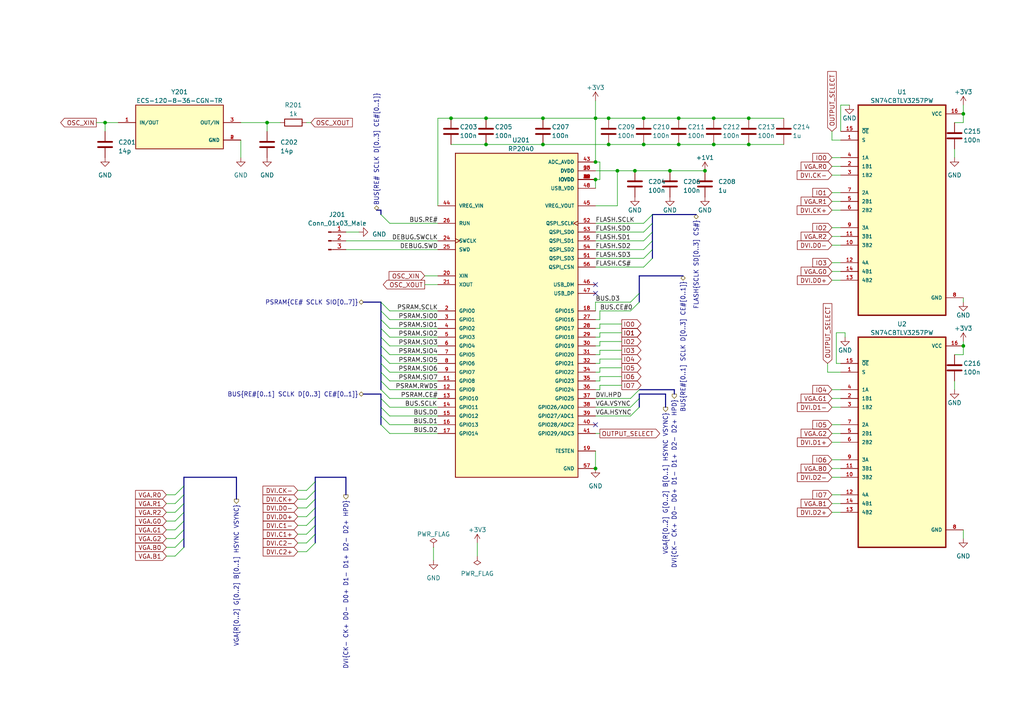
<source format=kicad_sch>
(kicad_sch (version 20221004) (generator eeschema)
  (paper "A4")
  (lib_symbols
    (symbol "Connector:Conn_01x03_Male" (pin_names (offset 1.016) hide)
      (property "Reference" "J" (at 0 5.08 0))
      (property "Value" "Conn_01x03_Male" (at 0 -5.08 0))
      (symbol "Conn_01x03_Male_1_1"
        (polyline (pts (xy 1.27 -2.54) (xy 0.8636 -2.54)) (stroke (width 0.1524)))
        (polyline (pts (xy 1.27 0) (xy 0.8636 0)) (stroke (width 0.1524)))
        (polyline (pts (xy 1.27 2.54) (xy 0.8636 2.54)) (stroke (width 0.1524)))
        (rectangle (start 0.8636 -2.413) (end 0 -2.667) (stroke (width 0.1524)) (fill (type outline)))
        (rectangle (start 0.8636 0.127) (end 0 -0.127) (stroke (width 0.1524)) (fill (type outline)))
        (rectangle (start 0.8636 2.667) (end 0 2.413) (stroke (width 0.1524)) (fill (type outline)))
        (pin passive line (at 5.08 2.54 180) (length 3.81) (name "Pin_1") (number "1"))
        (pin passive line (at 5.08 0 180) (length 3.81) (name "Pin_2") (number "2"))
        (pin passive line (at 5.08 -2.54 180) (length 3.81) (name "Pin_3") (number "3"))
      )
    )
    (symbol "Device:C" (pin_numbers hide) (pin_names (offset 0.254))
      (property "Reference" "C" (at 0.635 2.54 0))
      (property "Value" "C" (at 0.635 -2.54 0))
      (symbol "C_0_1"
        (polyline (pts (xy -2.032 -0.762) (xy 2.032 -0.762)) (stroke (width 0.508)))
        (polyline (pts (xy -2.032 0.762) (xy 2.032 0.762)) (stroke (width 0.508)))
      )
      (symbol "C_1_1"
        (pin passive line (at 0 3.81 270) (length 2.794) (name "~") (number "1"))
        (pin passive line (at 0 -3.81 90) (length 2.794) (name "~") (number "2"))
      )
    )
    (symbol "Device:R" (pin_numbers hide) (pin_names (offset 0))
      (property "Reference" "R" (at 2.032 0 90))
      (property "Value" "R" (at 0 0 90))
      (symbol "R_0_1"
        (rectangle (start -1.016 -2.54) (end 1.016 2.54) (stroke (width 0.254)))
      )
      (symbol "R_1_1"
        (pin passive line (at 0 3.81 270) (length 1.27) (name "~") (number "1"))
        (pin passive line (at 0 -3.81 90) (length 1.27) (name "~") (number "2"))
      )
    )
    (symbol "ECS-120-8-36-CGN-TR:ECS-120-8-36-CGN-TR" (pin_names (offset 1.016))
      (property "Reference" "Y" (at -12.7254 7.6454 0))
      (property "Value" "ECS-120-8-36-CGN-TR" (at -12.7 -7.62 0))
      (symbol "ECS-120-8-36-CGN-TR_0_0"
        (rectangle (start -12.7 -5.08) (end 12.7 7.62) (stroke (width 0.254)) (fill (type background)))
        (pin bidirectional line (at -17.78 2.54 0) (length 5.08) (name "IN/OUT") (number "1"))
        (pin power_in line (at 17.78 -2.54 180) (length 5.08) (name "GND") (number "2"))
        (pin bidirectional line (at 17.78 2.54 180) (length 5.08) (name "OUT/IN") (number "3"))
        (pin power_in line (at 17.78 -2.54 180) (length 5.08) (name "GND") (number "4"))
      )
    )
    (symbol "RP2040:RP2040" (pin_names (offset 1.016))
      (property "Reference" "U" (at -17.78 50.8 0))
      (property "Value" "RP2040" (at -17.78 -48.26 0))
      (symbol "RP2040_0_0"
        (rectangle (start -17.78 -45.72) (end 17.78 48.26) (stroke (width 0.254)) (fill (type background)))
        (pin power_in line (at 22.86 40.64 180) (length 5.08) (name "IOVDD") (number "1"))
        (pin power_in line (at 22.86 40.64 180) (length 5.08) (name "IOVDD") (number "10"))
        (pin bidirectional line (at -22.86 -17.78 0) (length 5.08) (name "GPIO8") (number "11"))
        (pin bidirectional line (at -22.86 -20.32 0) (length 5.08) (name "GPIO9") (number "12"))
        (pin bidirectional line (at -22.86 -22.86 0) (length 5.08) (name "GPIO10") (number "13"))
        (pin bidirectional line (at -22.86 -25.4 0) (length 5.08) (name "GPIO11") (number "14"))
        (pin bidirectional line (at -22.86 -27.94 0) (length 5.08) (name "GPIO12") (number "15"))
        (pin bidirectional line (at -22.86 -30.48 0) (length 5.08) (name "GPIO13") (number "16"))
        (pin bidirectional line (at -22.86 -33.02 0) (length 5.08) (name "GPIO14") (number "17"))
        (pin bidirectional line (at 22.86 2.54 180) (length 5.08) (name "GPIO15") (number "18"))
        (pin passive line (at 22.86 -38.1 180) (length 5.08) (name "TESTEN") (number "19"))
        (pin bidirectional line (at -22.86 2.54 0) (length 5.08) (name "GPIO0") (number "2"))
        (pin input line (at -22.86 12.7 0) (length 5.08) (name "XIN") (number "20"))
        (pin output line (at -22.86 10.16 0) (length 5.08) (name "XOUT") (number "21"))
        (pin power_in line (at 22.86 40.64 180) (length 5.08) (name "IOVDD") (number "22"))
        (pin power_in line (at 22.86 43.18 180) (length 5.08) (name "DVDD") (number "23"))
        (pin input clock (at -22.86 22.86 0) (length 5.08) (name "SWCLK") (number "24"))
        (pin bidirectional line (at -22.86 20.32 0) (length 5.08) (name "SWD") (number "25"))
        (pin input line (at -22.86 27.94 0) (length 5.08) (name "RUN") (number "26"))
        (pin bidirectional line (at 22.86 0 180) (length 5.08) (name "GPIO16") (number "27"))
        (pin bidirectional line (at 22.86 -2.54 180) (length 5.08) (name "GPIO17") (number "28"))
        (pin bidirectional line (at 22.86 -5.08 180) (length 5.08) (name "GPIO18") (number "29"))
        (pin bidirectional line (at -22.86 0 0) (length 5.08) (name "GPIO1") (number "3"))
        (pin bidirectional line (at 22.86 -7.62 180) (length 5.08) (name "GPIO19") (number "30"))
        (pin bidirectional line (at 22.86 -10.16 180) (length 5.08) (name "GPIO20") (number "31"))
        (pin bidirectional line (at 22.86 -12.7 180) (length 5.08) (name "GPIO21") (number "32"))
        (pin power_in line (at 22.86 40.64 180) (length 5.08) (name "IOVDD") (number "33"))
        (pin bidirectional line (at 22.86 -15.24 180) (length 5.08) (name "GPIO22") (number "34"))
        (pin bidirectional line (at 22.86 -17.78 180) (length 5.08) (name "GPIO23") (number "35"))
        (pin bidirectional line (at 22.86 -20.32 180) (length 5.08) (name "GPIO24") (number "36"))
        (pin bidirectional line (at 22.86 -22.86 180) (length 5.08) (name "GPIO25") (number "37"))
        (pin bidirectional line (at 22.86 -25.4 180) (length 5.08) (name "GPIO26/ADC0") (number "38"))
        (pin bidirectional line (at 22.86 -27.94 180) (length 5.08) (name "GPIO27/ADC1") (number "39"))
        (pin bidirectional line (at -22.86 -2.54 0) (length 5.08) (name "GPIO2") (number "4"))
        (pin bidirectional line (at 22.86 -30.48 180) (length 5.08) (name "GPIO28/ADC2") (number "40"))
        (pin bidirectional line (at 22.86 -33.02 180) (length 5.08) (name "GPIO29/ADC3") (number "41"))
        (pin power_in line (at 22.86 40.64 180) (length 5.08) (name "IOVDD") (number "42"))
        (pin power_in line (at 22.86 45.72 180) (length 5.08) (name "ADC_AVDD") (number "43"))
        (pin input line (at -22.86 33.02 0) (length 5.08) (name "VREG_VIN") (number "44"))
        (pin output line (at 22.86 33.02 180) (length 5.08) (name "VREG_VOUT") (number "45"))
        (pin bidirectional line (at 22.86 10.16 180) (length 5.08) (name "USB_DM") (number "46"))
        (pin bidirectional line (at 22.86 7.62 180) (length 5.08) (name "USB_DP") (number "47"))
        (pin power_in line (at 22.86 38.1 180) (length 5.08) (name "USB_VDD") (number "48"))
        (pin power_in line (at 22.86 40.64 180) (length 5.08) (name "IOVDD") (number "49"))
        (pin bidirectional line (at -22.86 -5.08 0) (length 5.08) (name "GPIO3") (number "5"))
        (pin power_in line (at 22.86 43.18 180) (length 5.08) (name "DVDD") (number "50"))
        (pin bidirectional line (at 22.86 17.78 180) (length 5.08) (name "QSPI_SD3") (number "51"))
        (pin bidirectional clock (at 22.86 27.94 180) (length 5.08) (name "QSPI_SCLK") (number "52"))
        (pin bidirectional line (at 22.86 25.4 180) (length 5.08) (name "QSPI_SD0") (number "53"))
        (pin bidirectional line (at 22.86 20.32 180) (length 5.08) (name "QSPI_SD2") (number "54"))
        (pin bidirectional line (at 22.86 22.86 180) (length 5.08) (name "QSPI_SD1") (number "55"))
        (pin bidirectional line (at 22.86 15.24 180) (length 5.08) (name "QSPI_CSN") (number "56"))
        (pin power_in line (at 22.86 -43.18 180) (length 5.08) (name "GND") (number "57"))
        (pin bidirectional line (at -22.86 -7.62 0) (length 5.08) (name "GPIO4") (number "6"))
        (pin bidirectional line (at -22.86 -10.16 0) (length 5.08) (name "GPIO5") (number "7"))
        (pin bidirectional line (at -22.86 -12.7 0) (length 5.08) (name "GPIO6") (number "8"))
        (pin bidirectional line (at -22.86 -15.24 0) (length 5.08) (name "GPIO7") (number "9"))
      )
    )
    (symbol "SN74CBTLV3257PW:SN74CBTLV3257PW" (pin_names (offset 1.016))
      (property "Reference" "U" (at -12.7 31.4706 0))
      (property "Value" "SN74CBTLV3257PW" (at -12.7 -34.4678 0))
      (symbol "SN74CBTLV3257PW_0_0"
        (rectangle (start -12.7 -30.48) (end 12.7 30.48) (stroke (width 0.4064)) (fill (type background)))
        (pin input line (at -17.78 20.32 0) (length 5.08) (name "S") (number "1"))
        (pin bidirectional line (at -17.78 -10.16 0) (length 5.08) (name "3B2") (number "10"))
        (pin bidirectional line (at -17.78 -7.62 0) (length 5.08) (name "3B1") (number "11"))
        (pin bidirectional line (at -17.78 -15.24 0) (length 5.08) (name "4A") (number "12"))
        (pin bidirectional line (at -17.78 -20.32 0) (length 5.08) (name "4B2") (number "13"))
        (pin bidirectional line (at -17.78 -17.78 0) (length 5.08) (name "4B1") (number "14"))
        (pin input line (at -17.78 22.86 0) (length 5.08) (name "~{OE}") (number "15"))
        (pin power_in line (at 17.78 27.94 180) (length 5.08) (name "VCC") (number "16"))
        (pin bidirectional line (at -17.78 12.7 0) (length 5.08) (name "1B1") (number "2"))
        (pin bidirectional line (at -17.78 10.16 0) (length 5.08) (name "1B2") (number "3"))
        (pin bidirectional line (at -17.78 15.24 0) (length 5.08) (name "1A") (number "4"))
        (pin bidirectional line (at -17.78 2.54 0) (length 5.08) (name "2B1") (number "5"))
        (pin bidirectional line (at -17.78 0 0) (length 5.08) (name "2B2") (number "6"))
        (pin bidirectional line (at -17.78 5.08 0) (length 5.08) (name "2A") (number "7"))
        (pin power_in line (at 17.78 -25.4 180) (length 5.08) (name "GND") (number "8"))
        (pin bidirectional line (at -17.78 -5.08 0) (length 5.08) (name "3A") (number "9"))
      )
    )
    (symbol "power:+1V1" (power) (pin_names (offset 0))
      (property "Value" "+1V1" (at 0 3.556 0))
      (symbol "+1V1_0_1"
        (polyline (pts (xy -0.762 1.27) (xy 0 2.54)))
        (polyline (pts (xy 0 0) (xy 0 2.54)))
        (polyline (pts (xy 0 2.54) (xy 0.762 1.27)))
      )
      (symbol "+1V1_1_1"
        (pin power_in line (at 0 0 90) (length 0) hide (name "+1V1") (number "1"))
      )
    )
    (symbol "power:+3V3" (power) (pin_names (offset 0))
      (property "Value" "+3V3" (at 0 3.556 0))
      (symbol "+3V3_0_1"
        (polyline (pts (xy -0.762 1.27) (xy 0 2.54)))
        (polyline (pts (xy 0 0) (xy 0 2.54)))
        (polyline (pts (xy 0 2.54) (xy 0.762 1.27)))
      )
      (symbol "+3V3_1_1"
        (pin power_in line (at 0 0 90) (length 0) hide (name "+3V3") (number "1"))
      )
    )
    (symbol "power:GND" (power) (pin_names (offset 0))
      (property "Value" "GND" (at 0 -3.81 0))
      (symbol "GND_0_1"
        (polyline (pts (xy 0 0) (xy 0 -1.27) (xy 1.27 -1.27) (xy 0 -2.54) (xy -1.27 -1.27) (xy 0 -1.27)))
      )
      (symbol "GND_1_1"
        (pin power_in line (at 0 0 270) (length 0) hide (name "GND") (number "1"))
      )
    )
    (symbol "power:PWR_FLAG" (power) (pin_numbers hide) (pin_names (offset 0) hide)
      (property "Value" "PWR_FLAG" (at 0 3.81 0))
      (symbol "PWR_FLAG_0_0"
        (pin power_out line (at 0 0 90) (length 0) (name "pwr") (number "1"))
      )
      (symbol "PWR_FLAG_0_1"
        (polyline (pts (xy 0 0) (xy 0 1.27) (xy -1.016 1.905) (xy 0 2.54) (xy 1.016 1.905) (xy 0 1.27)))
      )
    )
  )
  (junction (at 207.01 41.91))
  (junction (at 157.48 34.29))
  (junction (at 207.01 34.29))
  (junction (at 172.72 46.99))
  (junction (at 279.4 100.33))
  (junction (at 140.97 34.29))
  (junction (at 172.72 34.29))
  (junction (at 157.48 41.91))
  (junction (at 204.47 49.53))
  (junction (at 30.48 35.56))
  (junction (at 279.4 33.02))
  (junction (at 130.81 34.29))
  (junction (at 77.47 35.56))
  (junction (at 194.31 49.53))
  (junction (at 176.53 41.91))
  (junction (at 217.17 34.29))
  (junction (at 179.07 49.53))
  (junction (at 172.72 135.89))
  (junction (at 196.85 41.91))
  (junction (at 140.97 41.91))
  (junction (at 172.72 52.07))
  (junction (at 217.17 41.91))
  (junction (at 184.15 49.53))
  (junction (at 186.69 41.91))
  (junction (at 176.53 34.29))
  (junction (at 196.85 34.29))
  (junction (at 186.69 34.29))
  (no_connect (at 172.72 85.09))
  (no_connect (at 172.72 82.55))
  (no_connect (at 172.72 123.19))
  (bus_entry (at 50.8 151.13) (size 2.54 -2.54))
  (bus_entry (at 113.03 118.11) (size -2.54 -2.54))
  (bus_entry (at 113.03 110.49) (size -2.54 -2.54))
  (bus_entry (at 110.49 90.17) (size 2.54 2.54))
  (bus_entry (at 110.49 120.65) (size 2.54 2.54))
  (bus_entry (at 50.8 156.21) (size 2.54 -2.54))
  (bus_entry (at 186.69 67.31) (size 2.54 -2.54))
  (bus_entry (at 186.69 64.77) (size 2.54 -2.54))
  (bus_entry (at 110.49 97.79) (size 2.54 2.54))
  (bus_entry (at 113.03 105.41) (size -2.54 -2.54))
  (bus_entry (at 186.69 72.39) (size 2.54 -2.54))
  (bus_entry (at 50.8 146.05) (size 2.54 -2.54))
  (bus_entry (at 182.88 120.65) (size 2.54 -2.54))
  (bus_entry (at 113.03 113.03) (size -2.54 -2.54))
  (bus_entry (at 182.88 115.57) (size 2.54 -2.54))
  (bus_entry (at 185.42 85.09) (size -2.54 2.54))
  (bus_entry (at 113.03 107.95) (size -2.54 -2.54))
  (bus_entry (at 88.9 160.02) (size 2.54 -2.54))
  (bus_entry (at 113.03 115.57) (size -2.54 -2.54))
  (bus_entry (at 182.88 90.17) (size 2.54 -2.54))
  (bus_entry (at 88.9 152.4) (size 2.54 -2.54))
  (bus_entry (at 50.8 143.51) (size 2.54 -2.54))
  (bus_entry (at 88.9 142.24) (size 2.54 -2.54))
  (bus_entry (at 110.49 92.71) (size 2.54 2.54))
  (bus_entry (at 186.69 74.93) (size 2.54 -2.54))
  (bus_entry (at 88.9 154.94) (size 2.54 -2.54))
  (bus_entry (at 88.9 144.78) (size 2.54 -2.54))
  (bus_entry (at 110.49 87.63) (size 2.54 2.54))
  (bus_entry (at 50.8 153.67) (size 2.54 -2.54))
  (bus_entry (at 110.49 123.19) (size 2.54 2.54))
  (bus_entry (at 88.9 157.48) (size 2.54 -2.54))
  (bus_entry (at 50.8 148.59) (size 2.54 -2.54))
  (bus_entry (at 186.69 77.47) (size 2.54 -2.54))
  (bus_entry (at 50.8 161.29) (size 2.54 -2.54))
  (bus_entry (at 88.9 147.32) (size 2.54 -2.54))
  (bus_entry (at 110.49 118.11) (size 2.54 2.54))
  (bus_entry (at 50.8 158.75) (size 2.54 -2.54))
  (bus_entry (at 88.9 149.86) (size 2.54 -2.54))
  (bus_entry (at 110.49 95.25) (size 2.54 2.54))
  (bus_entry (at 182.88 118.11) (size 2.54 -2.54))
  (bus_entry (at 113.03 64.77) (size -2.54 -2.54))
  (bus_entry (at 110.49 100.33) (size 2.54 2.54))
  (bus_entry (at 186.69 69.85) (size 2.54 -2.54))
  (wire (pts (xy 241.3 55.88) (xy 243.84 55.88)))
  (bus (pts (xy 91.44 149.86) (xy 91.44 147.32)))
  (bus (pts (xy 91.44 142.24) (xy 91.44 139.7)))
  (wire (pts (xy 100.33 72.39) (xy 127 72.39)))
  (wire (pts (xy 246.38 30.48) (xy 243.84 30.48)))
  (wire (pts (xy 77.47 35.56) (xy 69.85 35.56)))
  (wire (pts (xy 172.72 67.31) (xy 186.69 67.31)))
  (wire (pts (xy 276.86 43.18) (xy 276.86 45.72)))
  (wire (pts (xy 245.11 96.52) (xy 245.11 97.79)))
  (wire (pts (xy 241.3 66.04) (xy 243.84 66.04)))
  (bus (pts (xy 189.23 74.93) (xy 189.23 72.39)))
  (wire (pts (xy 240.03 105.41) (xy 240.03 107.95)))
  (wire (pts (xy 276.86 110.49) (xy 276.86 113.03)))
  (wire (pts (xy 123.19 80.01) (xy 127 80.01)))
  (wire (pts (xy 279.4 102.87) (xy 279.4 100.33)))
  (bus (pts (xy 91.44 138.43) (xy 100.33 138.43)))
  (wire (pts (xy 186.69 34.29) (xy 196.85 34.29)))
  (wire (pts (xy 241.3 60.96) (xy 243.84 60.96)))
  (wire (pts (xy 241.3 81.28) (xy 243.84 81.28)))
  (wire (pts (xy 172.72 110.49) (xy 173.99 110.49)))
  (bus (pts (xy 53.34 148.59) (xy 53.34 146.05)))
  (wire (pts (xy 113.03 105.41) (xy 127 105.41)))
  (wire (pts (xy 113.03 113.03) (xy 127 113.03)))
  (wire (pts (xy 172.72 74.93) (xy 186.69 74.93)))
  (wire (pts (xy 127 59.69) (xy 127 34.29)))
  (wire (pts (xy 172.72 125.73) (xy 173.99 125.73)))
  (bus (pts (xy 110.49 95.25) (xy 110.49 92.71)))
  (wire (pts (xy 113.03 110.49) (xy 127 110.49)))
  (wire (pts (xy 242.57 96.52) (xy 245.11 96.52)))
  (bus (pts (xy 110.49 97.79) (xy 110.49 95.25)))
  (wire (pts (xy 276.86 35.56) (xy 279.4 35.56)))
  (wire (pts (xy 173.99 110.49) (xy 173.99 109.22)))
  (bus (pts (xy 110.49 105.41) (xy 110.49 107.95)))
  (wire (pts (xy 173.99 92.71) (xy 172.72 92.71)))
  (bus (pts (xy 91.44 144.78) (xy 91.44 142.24)))
  (wire (pts (xy 86.36 149.86) (xy 88.9 149.86)))
  (wire (pts (xy 48.26 153.67) (xy 50.8 153.67)))
  (bus (pts (xy 110.49 102.87) (xy 110.49 105.41)))
  (bus (pts (xy 185.42 115.57) (xy 185.42 118.11)))
  (wire (pts (xy 241.3 40.64) (xy 243.84 40.64)))
  (wire (pts (xy 243.84 105.41) (xy 242.57 105.41)))
  (wire (pts (xy 241.3 143.51) (xy 243.84 143.51)))
  (wire (pts (xy 176.53 34.29) (xy 186.69 34.29)))
  (bus (pts (xy 53.34 146.05) (xy 53.34 143.51)))
  (wire (pts (xy 86.36 160.02) (xy 88.9 160.02)))
  (wire (pts (xy 241.3 58.42) (xy 243.84 58.42)))
  (wire (pts (xy 48.26 158.75) (xy 50.8 158.75)))
  (bus (pts (xy 110.49 118.11) (xy 110.49 120.65)))
  (wire (pts (xy 173.99 99.06) (xy 180.34 99.06)))
  (wire (pts (xy 113.03 64.77) (xy 127 64.77)))
  (bus (pts (xy 110.49 62.23) (xy 110.49 60.96)))
  (wire (pts (xy 196.85 34.29) (xy 207.01 34.29)))
  (wire (pts (xy 173.99 96.52) (xy 180.34 96.52)))
  (wire (pts (xy 242.57 105.41) (xy 242.57 96.52)))
  (wire (pts (xy 172.72 52.07) (xy 173.99 52.07)))
  (wire (pts (xy 172.72 118.11) (xy 182.88 118.11)))
  (wire (pts (xy 48.26 156.21) (xy 50.8 156.21)))
  (wire (pts (xy 77.47 38.1) (xy 77.47 35.56)))
  (wire (pts (xy 241.3 128.27) (xy 243.84 128.27)))
  (wire (pts (xy 173.99 93.98) (xy 180.34 93.98)))
  (bus (pts (xy 193.04 114.3) (xy 193.04 118.11)))
  (wire (pts (xy 217.17 41.91) (xy 227.33 41.91)))
  (wire (pts (xy 172.72 105.41) (xy 173.99 105.41)))
  (wire (pts (xy 173.99 90.17) (xy 173.99 92.71)))
  (wire (pts (xy 130.81 34.29) (xy 140.97 34.29)))
  (wire (pts (xy 173.99 109.22) (xy 180.34 109.22)))
  (wire (pts (xy 241.3 148.59) (xy 243.84 148.59)))
  (bus (pts (xy 53.34 138.43) (xy 68.58 138.43)))
  (wire (pts (xy 86.36 142.24) (xy 88.9 142.24)))
  (bus (pts (xy 110.49 115.57) (xy 110.49 118.11)))
  (bus (pts (xy 110.49 107.95) (xy 110.49 110.49)))
  (wire (pts (xy 173.99 106.68) (xy 180.34 106.68)))
  (wire (pts (xy 113.03 118.11) (xy 127 118.11)))
  (bus (pts (xy 189.23 64.77) (xy 189.23 62.23)))
  (bus (pts (xy 189.23 69.85) (xy 189.23 67.31)))
  (wire (pts (xy 172.72 102.87) (xy 173.99 102.87)))
  (wire (pts (xy 276.86 102.87) (xy 279.4 102.87)))
  (wire (pts (xy 241.3 68.58) (xy 243.84 68.58)))
  (wire (pts (xy 173.99 102.87) (xy 173.99 101.6)))
  (bus (pts (xy 110.49 120.65) (xy 110.49 123.19)))
  (wire (pts (xy 130.81 41.91) (xy 140.97 41.91)))
  (wire (pts (xy 113.03 90.17) (xy 127 90.17)))
  (bus (pts (xy 105.41 114.3) (xy 110.49 114.3)))
  (wire (pts (xy 86.36 152.4) (xy 88.9 152.4)))
  (wire (pts (xy 140.97 34.29) (xy 157.48 34.29)))
  (wire (pts (xy 241.3 135.89) (xy 243.84 135.89)))
  (wire (pts (xy 179.07 49.53) (xy 184.15 49.53)))
  (wire (pts (xy 30.48 35.56) (xy 34.29 35.56)))
  (wire (pts (xy 217.17 34.29) (xy 227.33 34.29)))
  (wire (pts (xy 241.3 115.57) (xy 243.84 115.57)))
  (wire (pts (xy 241.3 38.1) (xy 241.3 40.64)))
  (wire (pts (xy 172.72 95.25) (xy 173.99 95.25)))
  (wire (pts (xy 172.72 29.21) (xy 172.72 34.29)))
  (bus (pts (xy 110.49 114.3) (xy 110.49 115.57)))
  (wire (pts (xy 172.72 72.39) (xy 186.69 72.39)))
  (bus (pts (xy 110.49 60.96) (xy 109.22 60.96)))
  (wire (pts (xy 27.94 35.56) (xy 30.48 35.56)))
  (wire (pts (xy 173.99 97.79) (xy 173.99 96.52)))
  (wire (pts (xy 172.72 120.65) (xy 182.88 120.65)))
  (wire (pts (xy 157.48 41.91) (xy 176.53 41.91)))
  (wire (pts (xy 241.3 45.72) (xy 243.84 45.72)))
  (wire (pts (xy 173.99 113.03) (xy 173.99 111.76)))
  (wire (pts (xy 173.99 46.99) (xy 172.72 46.99)))
  (wire (pts (xy 127 34.29) (xy 130.81 34.29)))
  (wire (pts (xy 173.99 95.25) (xy 173.99 93.98)))
  (bus (pts (xy 53.34 153.67) (xy 53.34 151.13)))
  (wire (pts (xy 86.36 144.78) (xy 88.9 144.78)))
  (wire (pts (xy 241.3 76.2) (xy 243.84 76.2)))
  (wire (pts (xy 86.36 147.32) (xy 88.9 147.32)))
  (wire (pts (xy 88.9 35.56) (xy 90.17 35.56)))
  (wire (pts (xy 48.26 151.13) (xy 50.8 151.13)))
  (wire (pts (xy 157.48 34.29) (xy 172.72 34.29)))
  (wire (pts (xy 140.97 41.91) (xy 157.48 41.91)))
  (wire (pts (xy 172.72 87.63) (xy 172.72 90.17)))
  (bus (pts (xy 53.34 158.75) (xy 53.34 156.21)))
  (bus (pts (xy 185.42 80.01) (xy 198.12 80.01)))
  (wire (pts (xy 172.72 115.57) (xy 182.88 115.57)))
  (bus (pts (xy 53.34 143.51) (xy 53.34 140.97)))
  (wire (pts (xy 172.72 64.77) (xy 186.69 64.77)))
  (wire (pts (xy 113.03 102.87) (xy 127 102.87)))
  (bus (pts (xy 100.33 138.43) (xy 100.33 143.51)))
  (wire (pts (xy 279.4 153.67) (xy 279.4 156.21)))
  (wire (pts (xy 100.33 67.31) (xy 104.14 67.31)))
  (wire (pts (xy 173.99 100.33) (xy 173.99 99.06)))
  (wire (pts (xy 86.36 154.94) (xy 88.9 154.94)))
  (wire (pts (xy 113.03 115.57) (xy 127 115.57)))
  (wire (pts (xy 138.43 157.48) (xy 138.43 161.29)))
  (wire (pts (xy 172.72 34.29) (xy 172.72 46.99)))
  (wire (pts (xy 207.01 34.29) (xy 217.17 34.29)))
  (wire (pts (xy 172.72 52.07) (xy 172.72 54.61)))
  (wire (pts (xy 172.72 130.81) (xy 172.72 135.89)))
  (bus (pts (xy 53.34 151.13) (xy 53.34 148.59)))
  (bus (pts (xy 91.44 154.94) (xy 91.44 152.4)))
  (wire (pts (xy 196.85 41.91) (xy 207.01 41.91)))
  (wire (pts (xy 243.84 30.48) (xy 243.84 38.1)))
  (bus (pts (xy 185.42 114.3) (xy 185.42 115.57)))
  (bus (pts (xy 110.49 92.71) (xy 110.49 90.17)))
  (bus (pts (xy 195.58 113.03) (xy 195.58 114.3)))
  (bus (pts (xy 68.58 138.43) (xy 68.58 144.78)))
  (wire (pts (xy 48.26 161.29) (xy 50.8 161.29)))
  (bus (pts (xy 110.49 100.33) (xy 110.49 97.79)))
  (wire (pts (xy 172.72 77.47) (xy 186.69 77.47)))
  (wire (pts (xy 173.99 90.17) (xy 182.88 90.17)))
  (bus (pts (xy 110.49 90.17) (xy 110.49 87.63)))
  (bus (pts (xy 91.44 157.48) (xy 91.44 154.94)))
  (wire (pts (xy 172.72 49.53) (xy 179.07 49.53)))
  (wire (pts (xy 48.26 146.05) (xy 50.8 146.05)))
  (wire (pts (xy 241.3 125.73) (xy 243.84 125.73)))
  (wire (pts (xy 279.4 86.36) (xy 279.4 87.63)))
  (wire (pts (xy 113.03 100.33) (xy 127 100.33)))
  (wire (pts (xy 173.99 101.6) (xy 180.34 101.6)))
  (wire (pts (xy 241.3 71.12) (xy 243.84 71.12)))
  (wire (pts (xy 125.73 158.75) (xy 125.73 162.56)))
  (wire (pts (xy 69.85 40.64) (xy 69.85 45.72)))
  (wire (pts (xy 241.3 138.43) (xy 243.84 138.43)))
  (wire (pts (xy 194.31 49.53) (xy 204.47 49.53)))
  (wire (pts (xy 113.03 120.65) (xy 127 120.65)))
  (wire (pts (xy 173.99 105.41) (xy 173.99 104.14)))
  (wire (pts (xy 241.3 50.8) (xy 243.84 50.8)))
  (wire (pts (xy 241.3 113.03) (xy 243.84 113.03)))
  (wire (pts (xy 279.4 99.06) (xy 279.4 100.33)))
  (wire (pts (xy 179.07 49.53) (xy 179.07 59.69)))
  (wire (pts (xy 113.03 92.71) (xy 127 92.71)))
  (wire (pts (xy 279.4 30.48) (xy 279.4 33.02)))
  (wire (pts (xy 172.72 69.85) (xy 186.69 69.85)))
  (wire (pts (xy 86.36 157.48) (xy 88.9 157.48)))
  (wire (pts (xy 172.72 113.03) (xy 173.99 113.03)))
  (bus (pts (xy 110.49 87.63) (xy 105.41 87.63)))
  (bus (pts (xy 189.23 67.31) (xy 189.23 64.77)))
  (wire (pts (xy 279.4 35.56) (xy 279.4 33.02)))
  (wire (pts (xy 241.3 146.05) (xy 243.84 146.05)))
  (wire (pts (xy 184.15 49.53) (xy 194.31 49.53)))
  (bus (pts (xy 185.42 114.3) (xy 193.04 114.3)))
  (wire (pts (xy 176.53 41.91) (xy 186.69 41.91)))
  (wire (pts (xy 113.03 107.95) (xy 127 107.95)))
  (bus (pts (xy 185.42 85.09) (xy 185.42 87.63)))
  (bus (pts (xy 53.34 140.97) (xy 53.34 138.43)))
  (wire (pts (xy 241.3 48.26) (xy 243.84 48.26)))
  (wire (pts (xy 173.99 52.07) (xy 173.99 46.99)))
  (wire (pts (xy 30.48 35.56) (xy 30.48 38.1)))
  (wire (pts (xy 100.33 69.85) (xy 127 69.85)))
  (wire (pts (xy 113.03 97.79) (xy 127 97.79)))
  (wire (pts (xy 241.3 118.11) (xy 243.84 118.11)))
  (wire (pts (xy 173.99 107.95) (xy 173.99 106.68)))
  (wire (pts (xy 241.3 133.35) (xy 243.84 133.35)))
  (bus (pts (xy 91.44 147.32) (xy 91.44 144.78)))
  (wire (pts (xy 172.72 97.79) (xy 173.99 97.79)))
  (wire (pts (xy 113.03 123.19) (xy 127 123.19)))
  (wire (pts (xy 48.26 143.51) (xy 50.8 143.51)))
  (wire (pts (xy 207.01 41.91) (xy 217.17 41.91)))
  (wire (pts (xy 173.99 104.14) (xy 180.34 104.14)))
  (bus (pts (xy 110.49 110.49) (xy 110.49 113.03)))
  (wire (pts (xy 241.3 123.19) (xy 243.84 123.19)))
  (bus (pts (xy 53.34 156.21) (xy 53.34 153.67)))
  (bus (pts (xy 189.23 72.39) (xy 189.23 69.85)))
  (wire (pts (xy 123.19 82.55) (xy 127 82.55)))
  (wire (pts (xy 173.99 111.76) (xy 180.34 111.76)))
  (bus (pts (xy 185.42 80.01) (xy 185.42 85.09)))
  (wire (pts (xy 113.03 125.73) (xy 127 125.73)))
  (bus (pts (xy 91.44 139.7) (xy 91.44 138.43)))
  (wire (pts (xy 172.72 34.29) (xy 176.53 34.29)))
  (wire (pts (xy 48.26 148.59) (xy 50.8 148.59)))
  (bus (pts (xy 91.44 152.4) (xy 91.44 149.86)))
  (wire (pts (xy 241.3 78.74) (xy 243.84 78.74)))
  (wire (pts (xy 172.72 107.95) (xy 173.99 107.95)))
  (wire (pts (xy 77.47 35.56) (xy 81.28 35.56)))
  (bus (pts (xy 189.23 62.23) (xy 201.93 62.23)))
  (bus (pts (xy 110.49 100.33) (xy 110.49 102.87)))
  (wire (pts (xy 240.03 107.95) (xy 243.84 107.95)))
  (wire (pts (xy 172.72 100.33) (xy 173.99 100.33)))
  (wire (pts (xy 186.69 41.91) (xy 196.85 41.91)))
  (wire (pts (xy 179.07 59.69) (xy 172.72 59.69)))
  (wire (pts (xy 172.72 87.63) (xy 182.88 87.63)))
  (bus (pts (xy 185.42 113.03) (xy 195.58 113.03)))
  (wire (pts (xy 113.03 95.25) (xy 127 95.25)))
  (label "PSRAM.SIO0" (at 127 92.71 0))
  (label "FLASH.SD1" (at 172.72 69.85 0))
  (label "BUS.RE#" (at 127 64.77 0))
  (label "PSRAM.SCLK" (at 127 90.17 0))
  (label "PSRAM.SIO6" (at 126.9839 107.95 0))
  (label "BUS.D1" (at 126.9839 123.19 0))
  (label "PSRAM.SIO1" (at 127 95.25 0))
  (label "PSRAM.SIO4" (at 127 102.87 0))
  (label "BUS.D0" (at 127 120.65 0))
  (label "BUS.CE#0" (at 173.99 90.17 0))
  (label "PSRAM.SIO7" (at 127 110.49 0))
  (label "BUS.SCLK" (at 126.8127 118.11 0))
  (label "PSRAM.SIO3" (at 127 100.33 0))
  (label "BUS.D2" (at 127 125.73 0))
  (label "VGA.HSYNC" (at 172.72 120.65 0))
  (label "PSRAM.SIO5" (at 127 105.41 0))
  (label "DVI.HPD" (at 172.72 115.57 0))
  (label "FLASH.SD3" (at 172.72 74.93 0))
  (label "FLASH.CS#" (at 172.72 77.47 0))
  (label "FLASH.SD2" (at 172.72 72.39 0))
  (label "FLASH.SD0" (at 172.72 67.31 0))
  (label "DEBUG.SWD" (at 127 72.39 0))
  (label "PSRAM.SIO2" (at 127 97.79 0))
  (label "DEBUG.SWCLK" (at 127 69.85 0))
  (label "BUS.D3" (at 172.72 87.63 0))
  (label "FLASH.SCLK" (at 172.72 64.77 0))
  (label "PSRAM.CE#" (at 127 115.57 0))
  (label "PSRAM.RWDS" (at 127 113.03 0))
  (label "VGA.VSYNC" (at 172.72 118.11 0))
  (global_label "IO4" (shape output) (at 180.34 104.14 0) (property "Intersheetrefs" "${INTERSHEET_REFS}" (effects hide)))
  (global_label "IO1" (shape input) (at 241.3 55.88 180) (property "Intersheetrefs" "${INTERSHEET_REFS}" (effects hide)))
  (global_label "VGA.B1" (shape input) (at 241.3 146.05 180) (property "Intersheetrefs" "${INTERSHEET_REFS}" (effects hide)))
  (global_label "IO7" (shape output) (at 180.34 111.76 0) (property "Intersheetrefs" "${INTERSHEET_REFS}" (effects hide)))
  (global_label "DVI.CK-" (shape input) (at 86.36 142.24 180) (property "Intersheetrefs" "${INTERSHEET_REFS}" (effects hide)))
  (global_label "VGA.R0" (shape input) (at 241.3 48.26 180) (property "Intersheetrefs" "${INTERSHEET_REFS}" (effects hide)))
  (global_label "IO5" (shape output) (at 180.34 106.68 0) (property "Intersheetrefs" "${INTERSHEET_REFS}" (effects hide)))
  (global_label "DVI.CK+" (shape input) (at 86.36 144.78 180) (property "Intersheetrefs" "${INTERSHEET_REFS}" (effects hide)))
  (global_label "DVI.C2+" (shape input) (at 86.36 160.02 180) (property "Intersheetrefs" "${INTERSHEET_REFS}" (effects hide)))
  (global_label "VGA.G0" (shape input) (at 241.3 78.74 180) (property "Intersheetrefs" "${INTERSHEET_REFS}" (effects hide)))
  (global_label "DVI.D2-" (shape input) (at 241.3 138.43 180) (property "Intersheetrefs" "${INTERSHEET_REFS}" (effects hide)))
  (global_label "OUTPUT_SELECT" (shape input) (at 240.03 105.41 90) (property "Intersheetrefs" "${INTERSHEET_REFS}" (effects hide)))
  (global_label "IO0" (shape input) (at 241.3 45.72 180) (property "Intersheetrefs" "${INTERSHEET_REFS}" (effects hide)))
  (global_label "DVI.D0-" (shape input) (at 86.36 147.32 180) (property "Intersheetrefs" "${INTERSHEET_REFS}" (effects hide)))
  (global_label "DVI.C1+" (shape input) (at 86.36 154.94 180) (property "Intersheetrefs" "${INTERSHEET_REFS}" (effects hide)))
  (global_label "DVI.C1-" (shape input) (at 86.36 152.4 180) (property "Intersheetrefs" "${INTERSHEET_REFS}" (effects hide)))
  (global_label "DVI.C2-" (shape input) (at 86.36 157.48 180) (property "Intersheetrefs" "${INTERSHEET_REFS}" (effects hide)))
  (global_label "OUTPUT_SELECT" (shape output) (at 173.99 125.73 0) (property "Intersheetrefs" "${INTERSHEET_REFS}" (effects hide)))
  (global_label "IO7" (shape input) (at 241.3 143.51 180) (property "Intersheetrefs" "${INTERSHEET_REFS}" (effects hide)))
  (global_label "VGA.G2" (shape input) (at 241.3 125.73 180) (property "Intersheetrefs" "${INTERSHEET_REFS}" (effects hide)))
  (global_label "VGA.G0" (shape input) (at 48.26 151.13 180) (property "Intersheetrefs" "${INTERSHEET_REFS}" (effects hide)))
  (global_label "IO3" (shape input) (at 241.3 76.2 180) (property "Intersheetrefs" "${INTERSHEET_REFS}" (effects hide)))
  (global_label "OSC_XIN" (shape output) (at 27.94 35.56 180) (property "Intersheetrefs" "${INTERSHEET_REFS}" (at 17.2706 35.56 0) (effects (justify right))))
  (global_label "IO3" (shape output) (at 180.34 101.6 0) (property "Intersheetrefs" "${INTERSHEET_REFS}" (effects hide)))
  (global_label "IO2" (shape output) (at 180.34 99.06 0) (property "Intersheetrefs" "${INTERSHEET_REFS}" (effects hide)))
  (global_label "VGA.G2" (shape input) (at 48.26 156.21 180) (property "Intersheetrefs" "${INTERSHEET_REFS}" (effects hide)))
  (global_label "OSC_XOUT" (shape output) (at 123.19 82.55 180) (property "Intersheetrefs" "${INTERSHEET_REFS}" (at 110.8273 82.55 0) (effects (justify right))))
  (global_label "IO2" (shape input) (at 241.3 66.04 180) (property "Intersheetrefs" "${INTERSHEET_REFS}" (effects hide)))
  (global_label "DVI.CK+" (shape input) (at 241.3 60.96 180) (property "Intersheetrefs" "${INTERSHEET_REFS}" (effects hide)))
  (global_label "DVI.D2+" (shape input) (at 241.3 148.59 180) (property "Intersheetrefs" "${INTERSHEET_REFS}" (effects hide)))
  (global_label "IO6" (shape input) (at 241.3 133.35 180) (property "Intersheetrefs" "${INTERSHEET_REFS}" (effects hide)))
  (global_label "DVI.D0+" (shape input) (at 241.3 81.28 180) (property "Intersheetrefs" "${INTERSHEET_REFS}" (effects hide)))
  (global_label "VGA.R1" (shape input) (at 48.26 146.05 180) (property "Intersheetrefs" "${INTERSHEET_REFS}" (effects hide)))
  (global_label "DVI.D1+" (shape input) (at 241.3 128.27 180) (property "Intersheetrefs" "${INTERSHEET_REFS}" (effects hide)))
  (global_label "VGA.R2" (shape input) (at 241.3 68.58 180) (property "Intersheetrefs" "${INTERSHEET_REFS}" (effects hide)))
  (global_label "IO4" (shape input) (at 241.3 113.03 180) (property "Intersheetrefs" "${INTERSHEET_REFS}" (effects hide)))
  (global_label "VGA.B1" (shape input) (at 48.26 161.29 180) (property "Intersheetrefs" "${INTERSHEET_REFS}" (effects hide)))
  (global_label "IO1" (shape output) (at 180.34 96.52 0) (property "Intersheetrefs" "${INTERSHEET_REFS}" (effects hide)))
  (global_label "OSC_XIN" (shape input) (at 123.19 80.01 180) (property "Intersheetrefs" "${INTERSHEET_REFS}" (at 112.5206 80.01 0) (effects (justify right))))
  (global_label "IO1" (shape output) (at 180.34 96.52 0) (property "Intersheetrefs" "${INTERSHEET_REFS}" (effects hide)))
  (global_label "OUTPUT_SELECT" (shape input) (at 241.3 38.1 90) (property "Intersheetrefs" "${INTERSHEET_REFS}" (effects hide)))
  (global_label "IO5" (shape input) (at 241.3 123.19 180) (property "Intersheetrefs" "${INTERSHEET_REFS}" (effects hide)))
  (global_label "VGA.B0" (shape input) (at 241.3 135.89 180) (property "Intersheetrefs" "${INTERSHEET_REFS}" (effects hide)))
  (global_label "VGA.R0" (shape input) (at 48.26 143.51 180) (property "Intersheetrefs" "${INTERSHEET_REFS}" (effects hide)))
  (global_label "DVI.D0-" (shape input) (at 241.3 71.12 180) (property "Intersheetrefs" "${INTERSHEET_REFS}" (effects hide)))
  (global_label "DVI.CK-" (shape input) (at 241.3 50.8 180) (property "Intersheetrefs" "${INTERSHEET_REFS}" (effects hide)))
  (global_label "VGA.B0" (shape input) (at 48.26 158.75 180) (property "Intersheetrefs" "${INTERSHEET_REFS}" (effects hide)))
  (global_label "OSC_XOUT" (shape input) (at 90.17 35.56 0) (property "Intersheetrefs" "${INTERSHEET_REFS}" (at 102.5327 35.56 0) (effects (justify left))))
  (global_label "VGA.R1" (shape input) (at 241.3 58.42 180) (property "Intersheetrefs" "${INTERSHEET_REFS}" (effects hide)))
  (global_label "IO6" (shape output) (at 180.34 109.22 0) (property "Intersheetrefs" "${INTERSHEET_REFS}" (effects hide)))
  (global_label "DVI.D0+" (shape input) (at 86.36 149.86 180) (property "Intersheetrefs" "${INTERSHEET_REFS}" (effects hide)))
  (global_label "IO0" (shape output) (at 180.34 93.98 0) (property "Intersheetrefs" "${INTERSHEET_REFS}" (effects hide)))
  (global_label "VGA.G1" (shape input) (at 48.26 153.67 180) (property "Intersheetrefs" "${INTERSHEET_REFS}" (effects hide)))
  (global_label "VGA.R2" (shape input) (at 48.26 148.59 180) (property "Intersheetrefs" "${INTERSHEET_REFS}" (effects hide)))
  (global_label "VGA.G1" (shape input) (at 241.3 115.57 180) (property "Intersheetrefs" "${INTERSHEET_REFS}" (effects hide)))
  (global_label "DVI.D1-" (shape input) (at 241.3 118.11 180) (property "Intersheetrefs" "${INTERSHEET_REFS}" (effects hide)))
  (hierarchical_label "DVI{CK- CK+ D0- D0+ D1- D1+ D2- D2+ HPD}" (shape output) (at 100.33 143.51 270))
  (hierarchical_label "DVI{CK- CK+ D0- D0+ D1- D1+ D2- D2+ HPD}" (shape output) (at 195.58 114.3 270))
  (hierarchical_label "BUS{RE#[0..1] SCLK D[0..3] CE#[0..1]}" (shape bidirectional) (at 105.41 114.3 180))
  (hierarchical_label "PSRAM{CE# SCLK SIO[0..7]}" (shape bidirectional) (at 105.41 87.63 180))
  (hierarchical_label "VGA{R[0..2] G[0..2] B[0..1] HSYNC VSYNC}" (shape output) (at 193.04 118.11 270))
  (hierarchical_label "BUS{RE#[0..1] SCLK D[0..3] CE#[0..1]}" (shape bidirectional) (at 198.12 80.01 270))
  (hierarchical_label "FLASH{SCLK SD[0..3] CS#}" (shape bidirectional) (at 201.93 62.23 270))
  (hierarchical_label "BUS{RE# SCLK D[0..3] CE#[0..1]}" (shape bidirectional) (at 109.22 60.96 90))
  (hierarchical_label "VGA{R[0..2] G[0..2] B[0..1] HSYNC VSYNC}" (shape output) (at 68.58 144.78 270))
  (symbol (lib_id "Device:C") (at 207.01 38.1 0) (unit 1)
    (property "Reference" "C212" (at 209.55 36.83 0) (effects (justify left)))
    (property "Value" "100n" (at 209.55 39.37 0) (effects (justify left)))
    (property "Footprint" "Capacitor_SMD:C_0603_1608Metric_Pad1.08x0.95mm_HandSolder" (effects hide))
  )
  (symbol (lib_id "power:GND") (at 279.4 156.21 0) (unit 1)
    (property "Reference" "#PWR0133" (effects hide))
    (property "Value" "GND" (at 279.4 161.29 0))
  )
  (symbol (lib_id "Device:C") (at 77.47 41.91 0) (unit 1)
    (property "Reference" "C202" (at 81.28 41.275 0) (effects (justify left)))
    (property "Value" "14p" (at 81.28 43.815 0) (effects (justify left)))
    (property "Footprint" "Capacitor_SMD:C_0603_1608Metric_Pad1.08x0.95mm_HandSolder" (effects hide))
  )
  (symbol (lib_id "RP2040:RP2040") (at 149.86 92.71 0) (unit 1)
    (property "Reference" "U201" (at 151.13 40.64 0))
    (property "Value" "RP2040" (at 151.13 43.18 0))
    (property "Footprint" "footprints:QFN40P700X700X90-57N" (effects hide))
    (property "STANDARD" "IPC 7351B" (effects hide))
    (property "PARTREV" "1.6.1" (effects hide))
    (property "MANUFACTURER" "Raspberry Pi" (effects hide))
    (property "MAXIMUM_PACKAGE_HEIGHT" "0.9 mm" (effects hide))
  )
  (symbol (lib_id "power:+3V3") (at 138.43 157.48 0) (unit 1)
    (property "Reference" "#PWR0140" (effects hide))
    (property "Value" "+3V3" (at 138.43 153.67 0))
  )
  (symbol (lib_id "Device:C") (at 186.69 38.1 0) (unit 1)
    (property "Reference" "C210" (at 189.23 36.83 0) (effects (justify left)))
    (property "Value" "100n" (at 189.23 39.37 0) (effects (justify left)))
    (property "Footprint" "Capacitor_SMD:C_0603_1608Metric_Pad1.08x0.95mm_HandSolder" (effects hide))
  )
  (symbol (lib_id "Device:C") (at 196.85 38.1 0) (unit 1)
    (property "Reference" "C211" (at 199.39 36.83 0) (effects (justify left)))
    (property "Value" "100n" (at 199.39 39.37 0) (effects (justify left)))
    (property "Footprint" "Capacitor_SMD:C_0603_1608Metric_Pad1.08x0.95mm_HandSolder" (effects hide))
  )
  (symbol (lib_id "power:GND") (at 30.48 45.72 0) (unit 1)
    (property "Reference" "#PWR0105" (effects hide))
    (property "Value" "GND" (at 30.48 50.8 0))
  )
  (symbol (lib_id "power:GND") (at 104.14 67.31 90) (unit 1)
    (property "Reference" "#PWR0101" (effects hide))
    (property "Value" "GND" (at 107.95 67.945 90) (effects (justify right)))
  )
  (symbol (lib_id "power:GND") (at 276.86 45.72 0) (unit 1)
    (property "Reference" "#PWR0136" (effects hide))
    (property "Value" "GND" (at 276.86 50.8 0))
  )
  (symbol (lib_id "power:GND") (at 246.38 30.48 0) (unit 1)
    (property "Reference" "#PWR0137" (effects hide))
    (property "Value" "GND" (at 246.38 34.29 0))
  )
  (symbol (lib_id "power:GND") (at 245.11 97.79 0) (unit 1)
    (property "Reference" "#PWR0134" (effects hide))
    (property "Value" "GND" (at 245.11 101.6 0))
  )
  (symbol (lib_id "power:GND") (at 77.47 45.72 0) (unit 1)
    (property "Reference" "#PWR0104" (effects hide))
    (property "Value" "GND" (at 77.47 50.8 0))
  )
  (symbol (lib_id "Device:C") (at 184.15 53.34 0) (unit 1)
    (property "Reference" "C204" (at 187.96 52.705 0) (effects (justify left)))
    (property "Value" "100n" (at 187.96 55.245 0) (effects (justify left)))
    (property "Footprint" "Capacitor_SMD:C_0603_1608Metric_Pad1.08x0.95mm_HandSolder" (effects hide))
  )
  (symbol (lib_id "Device:C") (at 276.86 39.37 0) (unit 1)
    (property "Reference" "C215" (at 279.4 38.1 0) (effects (justify left)))
    (property "Value" "100n" (at 279.4 40.64 0) (effects (justify left)))
    (property "Footprint" "Capacitor_SMD:C_0603_1608Metric_Pad1.08x0.95mm_HandSolder" (effects hide))
  )
  (symbol (lib_id "power:GND") (at 184.15 57.15 0) (unit 1)
    (property "Reference" "#PWR0106" (effects hide))
    (property "Value" "GND" (at 184.15 60.96 0))
  )
  (symbol (lib_id "Device:C") (at 140.97 38.1 0) (unit 1)
    (property "Reference" "C205" (at 143.51 36.83 0) (effects (justify left)))
    (property "Value" "100n" (at 143.51 39.37 0) (effects (justify left)))
    (property "Footprint" "Capacitor_SMD:C_0603_1608Metric_Pad1.08x0.95mm_HandSolder" (effects hide))
  )
  (symbol (lib_id "ECS-120-8-36-CGN-TR:ECS-120-8-36-CGN-TR") (at 52.07 38.1 0) (unit 1)
    (property "Reference" "Y201" (at 52.07 26.67 0))
    (property "Value" "ECS-120-8-36-CGN-TR" (at 52.07 29.21 0))
    (property "Footprint" "footprints:XTAL_ECS-120-8-36-CGN-TR" (effects hide))
    (property "MP" "ECX-2236" (effects hide))
    (property "STANDARD" "Manufacturer Recommendation" (effects hide))
    (property "AVAILABILITY" "Good" (effects hide))
    (property "PARTREV" "2017" (effects hide))
    (property "DESCRIPTION" "The minature ECX-2236 is a compact SMD Crystal. The industry standard 2.5 x 2.0 x 0.55 mm ceramic package is ideal for today’s SMD manufacturing environment." (effects hide))
    (property "PACKAGE" "SMD-4 ECX" (effects hide))
    (property "MF" "ECS INC" (effects hide))
  )
  (symbol (lib_id "Device:C") (at 217.17 38.1 0) (unit 1)
    (property "Reference" "C213" (at 219.71 36.83 0) (effects (justify left)))
    (property "Value" "100n" (at 219.71 39.37 0) (effects (justify left)))
    (property "Footprint" "Capacitor_SMD:C_0603_1608Metric_Pad1.08x0.95mm_HandSolder" (effects hide))
  )
  (symbol (lib_id "Device:C") (at 276.86 106.68 0) (unit 1)
    (property "Reference" "C216" (at 279.4 105.41 0) (effects (justify left)))
    (property "Value" "100n" (at 279.4 107.95 0) (effects (justify left)))
    (property "Footprint" "Capacitor_SMD:C_0603_1608Metric_Pad1.08x0.95mm_HandSolder" (effects hide))
  )
  (symbol (lib_id "power:GND") (at 172.72 135.89 0) (unit 1)
    (property "Reference" "#PWR0110" (effects hide))
    (property "Value" "GND" (at 172.72 140.97 0))
  )
  (symbol (lib_id "Device:C") (at 30.48 41.91 0) (unit 1)
    (property "Reference" "C201" (at 34.29 41.275 0) (effects (justify left)))
    (property "Value" "14p" (at 34.29 43.815 0) (effects (justify left)))
    (property "Footprint" "Capacitor_SMD:C_0603_1608Metric_Pad1.08x0.95mm_HandSolder" (effects hide))
  )
  (symbol (lib_id "power:GND") (at 125.73 162.56 0) (unit 1)
    (property "Reference" "#PWR0141" (effects hide))
    (property "Value" "GND" (at 125.73 167.64 0))
  )
  (symbol (lib_id "power:+3V3") (at 279.4 30.48 0) (unit 1)
    (property "Reference" "#PWR0138" (effects hide))
    (property "Value" "+3V3" (at 279.4 26.67 0))
  )
  (symbol (lib_id "Device:C") (at 157.48 38.1 0) (unit 1)
    (property "Reference" "C207" (at 160.02 36.83 0) (effects (justify left)))
    (property "Value" "100n" (at 160.02 39.37 0) (effects (justify left)))
    (property "Footprint" "Capacitor_SMD:C_0603_1608Metric_Pad1.08x0.95mm_HandSolder" (effects hide))
  )
  (symbol (lib_id "power:+1V1") (at 204.47 49.53 0) (unit 1)
    (property "Reference" "#PWR0107" (effects hide))
    (property "Value" "+1V1" (at 204.47 45.72 0))
  )
  (symbol (lib_id "power:+3V3") (at 172.72 29.21 0) (unit 1)
    (property "Reference" "#PWR0102" (effects hide))
    (property "Value" "+3V3" (at 172.72 25.4 0))
  )
  (symbol (lib_id "Device:C") (at 176.53 38.1 0) (unit 1)
    (property "Reference" "C209" (at 179.07 36.83 0) (effects (justify left)))
    (property "Value" "100n" (at 179.07 39.37 0) (effects (justify left)))
    (property "Footprint" "Capacitor_SMD:C_0603_1608Metric_Pad1.08x0.95mm_HandSolder" (effects hide))
  )
  (symbol (lib_id "Device:C") (at 194.31 53.34 0) (unit 1)
    (property "Reference" "C206" (at 198.12 52.705 0) (effects (justify left)))
    (property "Value" "100n" (at 198.12 55.245 0) (effects (justify left)))
    (property "Footprint" "Capacitor_SMD:C_0603_1608Metric_Pad1.08x0.95mm_HandSolder" (effects hide))
  )
  (symbol (lib_id "power:GND") (at 279.4 87.63 0) (unit 1)
    (property "Reference" "#PWR0135" (effects hide))
    (property "Value" "GND" (at 279.4 91.44 0))
  )
  (symbol (lib_id "SN74CBTLV3257PW:SN74CBTLV3257PW") (at 261.62 128.27 0) (unit 1)
    (property "Reference" "U2" (at 261.62 93.98 0))
    (property "Value" "SN74CBTLV3257PW" (at 261.62 96.52 0))
    (property "Footprint" "footprints:SOP63P599X175-16N" (effects hide))
  )
  (symbol (lib_id "SN74CBTLV3257PW:SN74CBTLV3257PW") (at 261.62 60.96 0) (unit 1)
    (property "Reference" "U1" (at 261.62 26.67 0))
    (property "Value" "SN74CBTLV3257PW" (at 261.62 29.21 0))
    (property "Footprint" "footprints:SOP63P599X175-16N" (effects hide))
  )
  (symbol (lib_id "Device:C") (at 204.47 53.34 0) (unit 1)
    (property "Reference" "C208" (at 208.28 52.705 0) (effects (justify left)))
    (property "Value" "1u" (at 208.28 55.245 0) (effects (justify left)))
    (property "Footprint" "Capacitor_SMD:C_0603_1608Metric_Pad1.08x0.95mm_HandSolder" (effects hide))
  )
  (symbol (lib_id "Device:C") (at 227.33 38.1 0) (unit 1)
    (property "Reference" "C214" (at 229.87 36.83 0) (effects (justify left)))
    (property "Value" "1u" (at 229.87 39.37 0) (effects (justify left)))
    (property "Footprint" "Capacitor_SMD:C_0603_1608Metric_Pad1.08x0.95mm_HandSolder" (effects hide))
  )
  (symbol (lib_id "power:GND") (at 276.86 113.03 0) (unit 1)
    (property "Reference" "#PWR0132" (effects hide))
    (property "Value" "GND" (at 276.86 116.84 0))
  )
  (symbol (lib_id "power:PWR_FLAG") (at 125.73 158.75 0) (unit 1)
    (property "Reference" "#FLG0102" (effects hide))
    (property "Value" "PWR_FLAG" (at 125.73 154.94 0))
  )
  (symbol (lib_id "power:GND") (at 69.85 45.72 0) (unit 1)
    (property "Reference" "#PWR0103" (effects hide))
    (property "Value" "GND" (at 69.85 50.8 0))
  )
  (symbol (lib_id "power:GND") (at 204.47 57.15 0) (unit 1)
    (property "Reference" "#PWR0109" (effects hide))
    (property "Value" "GND" (at 204.47 60.96 0))
  )
  (symbol (lib_id "Device:R") (at 85.09 35.56 90) (unit 1)
    (property "Reference" "R201" (at 85.09 30.48 90))
    (property "Value" "1k" (at 85.09 33.02 90))
    (property "Footprint" "Resistor_SMD:R_0603_1608Metric_Pad0.98x0.95mm_HandSolder" (effects hide))
  )
  (symbol (lib_id "power:GND") (at 194.31 57.15 0) (unit 1)
    (property "Reference" "#PWR0108" (effects hide))
    (property "Value" "GND" (at 194.31 60.96 0))
  )
  (symbol (lib_id "power:+3V3") (at 279.4 99.06 0) (unit 1)
    (property "Reference" "#PWR0131" (effects hide))
    (property "Value" "+3V3" (at 279.4 95.25 0))
  )
  (symbol (lib_id "power:PWR_FLAG") (at 138.43 161.29 180) (unit 1)
    (property "Reference" "#FLG0101" (effects hide))
    (property "Value" "PWR_FLAG" (at 138.43 166.37 0))
  )
  (symbol (lib_id "Connector:Conn_01x03_Male") (at 95.25 69.85 0) (unit 1)
    (property "Reference" "J201" (at 97.79 62.23 0))
    (property "Value" "Conn_01x03_Male" (at 97.79 64.77 0))
    (property "Footprint" "Connector_PinHeader_2.54mm:PinHeader_1x03_P2.54mm_Horizontal" (effects hide))
  )
  (symbol (lib_id "Device:C") (at 130.81 38.1 0) (unit 1)
    (property "Reference" "C203" (at 133.35 36.83 0) (effects (justify left)))
    (property "Value" "100n" (at 133.35 39.37 0) (effects (justify left)))
    (property "Footprint" "Capacitor_SMD:C_0603_1608Metric_Pad1.08x0.95mm_HandSolder" (effects hide))
  )
)
</source>
